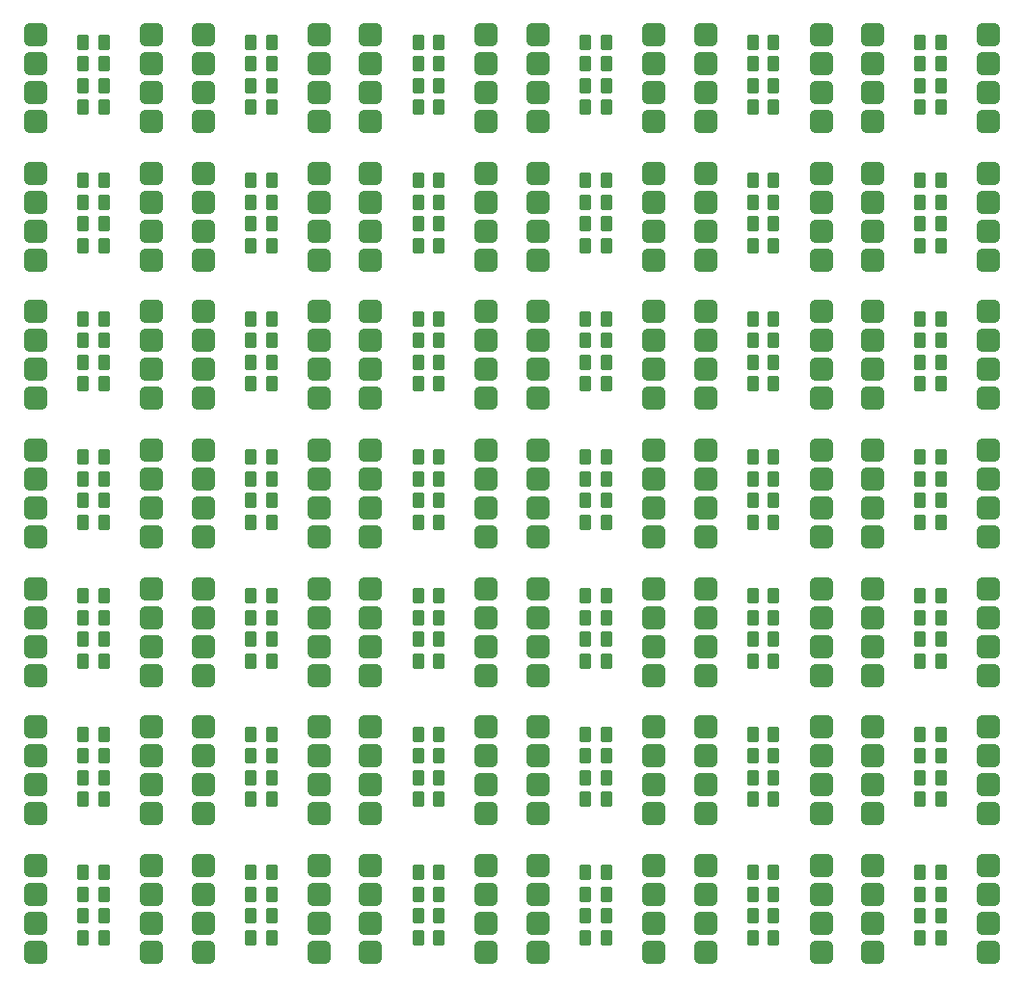
<source format=gbr>
%TF.GenerationSoftware,KiCad,Pcbnew,7.0.10-7.0.10~ubuntu22.04.1*%
%TF.CreationDate,2024-02-06T07:23:41+01:00*%
%TF.ProjectId,ManhattanPanels-0805,4d616e68-6174-4746-916e-50616e656c73,rev?*%
%TF.SameCoordinates,Original*%
%TF.FileFunction,Paste,Top*%
%TF.FilePolarity,Positive*%
%FSLAX46Y46*%
G04 Gerber Fmt 4.6, Leading zero omitted, Abs format (unit mm)*
G04 Created by KiCad (PCBNEW 7.0.10-7.0.10~ubuntu22.04.1) date 2024-02-06 07:23:41*
%MOMM*%
%LPD*%
G01*
G04 APERTURE LIST*
G04 Aperture macros list*
%AMRoundRect*
0 Rectangle with rounded corners*
0 $1 Rounding radius*
0 $2 $3 $4 $5 $6 $7 $8 $9 X,Y pos of 4 corners*
0 Add a 4 corners polygon primitive as box body*
4,1,4,$2,$3,$4,$5,$6,$7,$8,$9,$2,$3,0*
0 Add four circle primitives for the rounded corners*
1,1,$1+$1,$2,$3*
1,1,$1+$1,$4,$5*
1,1,$1+$1,$6,$7*
1,1,$1+$1,$8,$9*
0 Add four rect primitives between the rounded corners*
20,1,$1+$1,$2,$3,$4,$5,0*
20,1,$1+$1,$4,$5,$6,$7,0*
20,1,$1+$1,$6,$7,$8,$9,0*
20,1,$1+$1,$8,$9,$2,$3,0*%
G04 Aperture macros list end*
%ADD10RoundRect,0.400000X-0.600000X-0.600000X0.600000X-0.600000X0.600000X0.600000X-0.600000X0.600000X0*%
%ADD11RoundRect,0.250000X-0.262500X-0.450000X0.262500X-0.450000X0.262500X0.450000X-0.262500X0.450000X0*%
G04 APERTURE END LIST*
D10*
%TO.C,J1*%
X136070000Y-63750000D03*
%TD*%
%TO.C,J6*%
X160930000Y-56670000D03*
%TD*%
%TO.C,J2*%
X146230000Y-100230000D03*
%TD*%
%TO.C,J3*%
X165470000Y-71370000D03*
%TD*%
%TO.C,J3*%
X121370000Y-107850000D03*
%TD*%
%TO.C,J2*%
X175630000Y-51590000D03*
%TD*%
%TO.C,J8*%
X160930000Y-54130000D03*
%TD*%
%TO.C,J1*%
X150770000Y-63750000D03*
%TD*%
D11*
%TO.C,C3*%
X140237500Y-70100000D03*
X142062500Y-70100000D03*
%TD*%
%TO.C,C2*%
X184337500Y-68195000D03*
X186162500Y-68195000D03*
%TD*%
D10*
%TO.C,J1*%
X180170000Y-39430000D03*
%TD*%
%TO.C,J6*%
X131530000Y-80990000D03*
%TD*%
D11*
%TO.C,C2*%
X140237500Y-56035000D03*
X142062500Y-56035000D03*
%TD*%
D10*
%TO.C,J5*%
X106670000Y-44510000D03*
%TD*%
%TO.C,J5*%
X150770000Y-56670000D03*
%TD*%
D11*
%TO.C,C2*%
X154937500Y-92515000D03*
X156762500Y-92515000D03*
%TD*%
%TO.C,C3*%
X110837500Y-70100000D03*
X112662500Y-70100000D03*
%TD*%
%TO.C,C1*%
X169637500Y-41970000D03*
X171462500Y-41970000D03*
%TD*%
D10*
%TO.C,J6*%
X146230000Y-68830000D03*
%TD*%
%TO.C,J2*%
X146230000Y-75910000D03*
%TD*%
%TO.C,J1*%
X165470000Y-27270000D03*
%TD*%
%TO.C,J4*%
X160930000Y-107850000D03*
%TD*%
%TO.C,J8*%
X175630000Y-41970000D03*
%TD*%
%TO.C,J6*%
X190330000Y-105310000D03*
%TD*%
D11*
%TO.C,C4*%
X184337500Y-27905000D03*
X186162500Y-27905000D03*
%TD*%
D10*
%TO.C,J3*%
X180170000Y-59210000D03*
%TD*%
%TO.C,J2*%
X146230000Y-88070000D03*
%TD*%
%TO.C,J6*%
X160930000Y-44510000D03*
%TD*%
%TO.C,J1*%
X121370000Y-88070000D03*
%TD*%
%TO.C,J1*%
X180170000Y-51590000D03*
%TD*%
%TO.C,J6*%
X146230000Y-105310000D03*
%TD*%
%TO.C,J4*%
X190330000Y-47050000D03*
%TD*%
%TO.C,J5*%
X180170000Y-68830000D03*
%TD*%
%TO.C,J1*%
X150770000Y-75910000D03*
%TD*%
D11*
%TO.C,C3*%
X110837500Y-106580000D03*
X112662500Y-106580000D03*
%TD*%
D10*
%TO.C,J1*%
X180170000Y-27270000D03*
%TD*%
%TO.C,J5*%
X136070000Y-44510000D03*
%TD*%
D11*
%TO.C,C1*%
X154937500Y-54130000D03*
X156762500Y-54130000D03*
%TD*%
%TO.C,C1*%
X184337500Y-29810000D03*
X186162500Y-29810000D03*
%TD*%
D10*
%TO.C,J8*%
X116830000Y-90610000D03*
%TD*%
%TO.C,J4*%
X116830000Y-107850000D03*
%TD*%
D11*
%TO.C,C3*%
X125537500Y-33620000D03*
X127362500Y-33620000D03*
%TD*%
D10*
%TO.C,J3*%
X136070000Y-95690000D03*
%TD*%
%TO.C,J5*%
X165470000Y-105310000D03*
%TD*%
D11*
%TO.C,C1*%
X184337500Y-102770000D03*
X186162500Y-102770000D03*
%TD*%
D10*
%TO.C,J2*%
X131530000Y-75910000D03*
%TD*%
%TO.C,J7*%
X180170000Y-102770000D03*
%TD*%
%TO.C,J6*%
X160930000Y-105310000D03*
%TD*%
D11*
%TO.C,C4*%
X154937500Y-100865000D03*
X156762500Y-100865000D03*
%TD*%
%TO.C,C2*%
X184337500Y-80355000D03*
X186162500Y-80355000D03*
%TD*%
%TO.C,C1*%
X110837500Y-41970000D03*
X112662500Y-41970000D03*
%TD*%
D10*
%TO.C,J4*%
X160930000Y-95690000D03*
%TD*%
%TO.C,J5*%
X121370000Y-32350000D03*
%TD*%
%TO.C,J7*%
X165470000Y-66290000D03*
%TD*%
D11*
%TO.C,C2*%
X140237500Y-104675000D03*
X142062500Y-104675000D03*
%TD*%
%TO.C,C1*%
X110837500Y-90610000D03*
X112662500Y-90610000D03*
%TD*%
%TO.C,C2*%
X140237500Y-80355000D03*
X142062500Y-80355000D03*
%TD*%
D10*
%TO.C,J1*%
X165470000Y-100230000D03*
%TD*%
%TO.C,J6*%
X146230000Y-80990000D03*
%TD*%
%TO.C,J5*%
X165470000Y-93150000D03*
%TD*%
%TO.C,J6*%
X190330000Y-68830000D03*
%TD*%
%TO.C,J6*%
X160930000Y-68830000D03*
%TD*%
%TO.C,J4*%
X175630000Y-47050000D03*
%TD*%
D11*
%TO.C,C2*%
X184337500Y-56035000D03*
X186162500Y-56035000D03*
%TD*%
%TO.C,C4*%
X169637500Y-88705000D03*
X171462500Y-88705000D03*
%TD*%
D10*
%TO.C,J6*%
X146230000Y-93150000D03*
%TD*%
%TO.C,J3*%
X150770000Y-107850000D03*
%TD*%
%TO.C,J1*%
X121370000Y-27270000D03*
%TD*%
%TO.C,J7*%
X121370000Y-90610000D03*
%TD*%
%TO.C,J5*%
X136070000Y-93150000D03*
%TD*%
%TO.C,J5*%
X165470000Y-80990000D03*
%TD*%
D11*
%TO.C,C1*%
X125537500Y-41970000D03*
X127362500Y-41970000D03*
%TD*%
%TO.C,C3*%
X110837500Y-94420000D03*
X112662500Y-94420000D03*
%TD*%
D10*
%TO.C,J6*%
X116830000Y-105310000D03*
%TD*%
%TO.C,J7*%
X106670000Y-90610000D03*
%TD*%
%TO.C,J3*%
X150770000Y-34890000D03*
%TD*%
%TO.C,J1*%
X165470000Y-39430000D03*
%TD*%
%TO.C,J3*%
X165470000Y-34890000D03*
%TD*%
%TO.C,J7*%
X180170000Y-41970000D03*
%TD*%
%TO.C,J3*%
X180170000Y-47050000D03*
%TD*%
D11*
%TO.C,C2*%
X169637500Y-80355000D03*
X171462500Y-80355000D03*
%TD*%
D10*
%TO.C,J3*%
X106670000Y-59210000D03*
%TD*%
%TO.C,J4*%
X131530000Y-34890000D03*
%TD*%
D11*
%TO.C,C3*%
X125537500Y-82260000D03*
X127362500Y-82260000D03*
%TD*%
D10*
%TO.C,J6*%
X175630000Y-44510000D03*
%TD*%
%TO.C,J8*%
X146230000Y-29810000D03*
%TD*%
%TO.C,J6*%
X116830000Y-56670000D03*
%TD*%
D11*
%TO.C,C2*%
X169637500Y-68195000D03*
X171462500Y-68195000D03*
%TD*%
D10*
%TO.C,J7*%
X165470000Y-90610000D03*
%TD*%
D11*
%TO.C,C3*%
X140237500Y-94420000D03*
X142062500Y-94420000D03*
%TD*%
%TO.C,C1*%
X154937500Y-29810000D03*
X156762500Y-29810000D03*
%TD*%
%TO.C,C4*%
X184337500Y-52225000D03*
X186162500Y-52225000D03*
%TD*%
%TO.C,C1*%
X154937500Y-102770000D03*
X156762500Y-102770000D03*
%TD*%
D10*
%TO.C,J7*%
X121370000Y-29810000D03*
%TD*%
%TO.C,J5*%
X180170000Y-32350000D03*
%TD*%
%TO.C,J8*%
X146230000Y-102770000D03*
%TD*%
D11*
%TO.C,C3*%
X140237500Y-33620000D03*
X142062500Y-33620000D03*
%TD*%
D10*
%TO.C,J5*%
X136070000Y-68830000D03*
%TD*%
%TO.C,J5*%
X106670000Y-105310000D03*
%TD*%
%TO.C,J2*%
X131530000Y-88070000D03*
%TD*%
D11*
%TO.C,C2*%
X184337500Y-92515000D03*
X186162500Y-92515000D03*
%TD*%
%TO.C,C1*%
X154937500Y-66290000D03*
X156762500Y-66290000D03*
%TD*%
D10*
%TO.C,J5*%
X106670000Y-56670000D03*
%TD*%
%TO.C,J4*%
X175630000Y-34890000D03*
%TD*%
D11*
%TO.C,C4*%
X154937500Y-88705000D03*
X156762500Y-88705000D03*
%TD*%
%TO.C,C1*%
X169637500Y-78450000D03*
X171462500Y-78450000D03*
%TD*%
D10*
%TO.C,J4*%
X131530000Y-95690000D03*
%TD*%
%TO.C,J2*%
X131530000Y-39430000D03*
%TD*%
%TO.C,J2*%
X160930000Y-63750000D03*
%TD*%
D11*
%TO.C,C3*%
X140237500Y-106580000D03*
X142062500Y-106580000D03*
%TD*%
%TO.C,C2*%
X169637500Y-31715000D03*
X171462500Y-31715000D03*
%TD*%
D10*
%TO.C,J8*%
X146230000Y-66290000D03*
%TD*%
%TO.C,J8*%
X175630000Y-90610000D03*
%TD*%
%TO.C,J4*%
X190330000Y-71370000D03*
%TD*%
%TO.C,J3*%
X165470000Y-107850000D03*
%TD*%
%TO.C,J3*%
X165470000Y-95690000D03*
%TD*%
%TO.C,J6*%
X175630000Y-32350000D03*
%TD*%
D11*
%TO.C,C3*%
X184337500Y-33620000D03*
X186162500Y-33620000D03*
%TD*%
D10*
%TO.C,J7*%
X136070000Y-54130000D03*
%TD*%
%TO.C,J6*%
X131530000Y-68830000D03*
%TD*%
D11*
%TO.C,C3*%
X154937500Y-94420000D03*
X156762500Y-94420000D03*
%TD*%
D10*
%TO.C,J7*%
X136070000Y-90610000D03*
%TD*%
D11*
%TO.C,C4*%
X169637500Y-64385000D03*
X171462500Y-64385000D03*
%TD*%
%TO.C,C2*%
X140237500Y-31715000D03*
X142062500Y-31715000D03*
%TD*%
%TO.C,C3*%
X184337500Y-57940000D03*
X186162500Y-57940000D03*
%TD*%
D10*
%TO.C,J6*%
X131530000Y-44510000D03*
%TD*%
%TO.C,J7*%
X165470000Y-78450000D03*
%TD*%
%TO.C,J4*%
X116830000Y-71370000D03*
%TD*%
%TO.C,J6*%
X190330000Y-93150000D03*
%TD*%
%TO.C,J1*%
X150770000Y-39430000D03*
%TD*%
%TO.C,J2*%
X116830000Y-27270000D03*
%TD*%
%TO.C,J6*%
X175630000Y-105310000D03*
%TD*%
%TO.C,J5*%
X106670000Y-80990000D03*
%TD*%
%TO.C,J6*%
X116830000Y-68830000D03*
%TD*%
%TO.C,J8*%
X131530000Y-41970000D03*
%TD*%
%TO.C,J6*%
X131530000Y-32350000D03*
%TD*%
%TO.C,J8*%
X116830000Y-41970000D03*
%TD*%
D11*
%TO.C,C3*%
X154937500Y-33620000D03*
X156762500Y-33620000D03*
%TD*%
D10*
%TO.C,J6*%
X160930000Y-93150000D03*
%TD*%
D11*
%TO.C,C4*%
X110837500Y-52225000D03*
X112662500Y-52225000D03*
%TD*%
%TO.C,C4*%
X110837500Y-88705000D03*
X112662500Y-88705000D03*
%TD*%
D10*
%TO.C,J2*%
X160930000Y-27270000D03*
%TD*%
D11*
%TO.C,C3*%
X125537500Y-106580000D03*
X127362500Y-106580000D03*
%TD*%
D10*
%TO.C,J1*%
X106670000Y-63750000D03*
%TD*%
%TO.C,J1*%
X180170000Y-88070000D03*
%TD*%
%TO.C,J2*%
X190330000Y-75910000D03*
%TD*%
%TO.C,J2*%
X116830000Y-63750000D03*
%TD*%
D11*
%TO.C,C2*%
X110837500Y-104675000D03*
X112662500Y-104675000D03*
%TD*%
D10*
%TO.C,J5*%
X136070000Y-32350000D03*
%TD*%
%TO.C,J8*%
X190330000Y-102770000D03*
%TD*%
D11*
%TO.C,C1*%
X154937500Y-78450000D03*
X156762500Y-78450000D03*
%TD*%
D10*
%TO.C,J8*%
X190330000Y-41970000D03*
%TD*%
%TO.C,J5*%
X150770000Y-105310000D03*
%TD*%
D11*
%TO.C,C1*%
X169637500Y-29810000D03*
X171462500Y-29810000D03*
%TD*%
D10*
%TO.C,J5*%
X180170000Y-93150000D03*
%TD*%
%TO.C,J8*%
X160930000Y-66290000D03*
%TD*%
%TO.C,J8*%
X116830000Y-102770000D03*
%TD*%
D11*
%TO.C,C1*%
X125537500Y-54130000D03*
X127362500Y-54130000D03*
%TD*%
D10*
%TO.C,J8*%
X175630000Y-29810000D03*
%TD*%
%TO.C,J6*%
X190330000Y-80990000D03*
%TD*%
%TO.C,J2*%
X190330000Y-63750000D03*
%TD*%
%TO.C,J6*%
X190330000Y-56670000D03*
%TD*%
%TO.C,J5*%
X136070000Y-105310000D03*
%TD*%
%TO.C,J5*%
X180170000Y-105310000D03*
%TD*%
D11*
%TO.C,C1*%
X169637500Y-90610000D03*
X171462500Y-90610000D03*
%TD*%
D10*
%TO.C,J5*%
X165470000Y-32350000D03*
%TD*%
%TO.C,J7*%
X106670000Y-102770000D03*
%TD*%
D11*
%TO.C,C1*%
X125537500Y-78450000D03*
X127362500Y-78450000D03*
%TD*%
%TO.C,C1*%
X110837500Y-29810000D03*
X112662500Y-29810000D03*
%TD*%
D10*
%TO.C,J8*%
X190330000Y-54130000D03*
%TD*%
%TO.C,J7*%
X180170000Y-66290000D03*
%TD*%
%TO.C,J8*%
X131530000Y-66290000D03*
%TD*%
%TO.C,J1*%
X150770000Y-88070000D03*
%TD*%
%TO.C,J1*%
X180170000Y-75910000D03*
%TD*%
D11*
%TO.C,C4*%
X140237500Y-76545000D03*
X142062500Y-76545000D03*
%TD*%
D10*
%TO.C,J6*%
X146230000Y-32350000D03*
%TD*%
D11*
%TO.C,C4*%
X140237500Y-27905000D03*
X142062500Y-27905000D03*
%TD*%
D10*
%TO.C,J7*%
X150770000Y-66290000D03*
%TD*%
%TO.C,J4*%
X131530000Y-59210000D03*
%TD*%
%TO.C,J5*%
X121370000Y-56670000D03*
%TD*%
%TO.C,J5*%
X136070000Y-80990000D03*
%TD*%
D11*
%TO.C,C2*%
X125537500Y-43875000D03*
X127362500Y-43875000D03*
%TD*%
%TO.C,C4*%
X154937500Y-64385000D03*
X156762500Y-64385000D03*
%TD*%
D10*
%TO.C,J1*%
X150770000Y-27270000D03*
%TD*%
D11*
%TO.C,C1*%
X169637500Y-54130000D03*
X171462500Y-54130000D03*
%TD*%
D10*
%TO.C,J2*%
X175630000Y-63750000D03*
%TD*%
%TO.C,J2*%
X146230000Y-27270000D03*
%TD*%
%TO.C,J6*%
X131530000Y-93150000D03*
%TD*%
%TO.C,J5*%
X150770000Y-68830000D03*
%TD*%
D11*
%TO.C,C1*%
X140237500Y-66290000D03*
X142062500Y-66290000D03*
%TD*%
D10*
%TO.C,J1*%
X136070000Y-39430000D03*
%TD*%
%TO.C,J3*%
X136070000Y-59210000D03*
%TD*%
D11*
%TO.C,C1*%
X140237500Y-29810000D03*
X142062500Y-29810000D03*
%TD*%
%TO.C,C3*%
X125537500Y-57940000D03*
X127362500Y-57940000D03*
%TD*%
D10*
%TO.C,J7*%
X165470000Y-54130000D03*
%TD*%
%TO.C,J7*%
X150770000Y-41970000D03*
%TD*%
%TO.C,J1*%
X121370000Y-75910000D03*
%TD*%
%TO.C,J2*%
X131530000Y-27270000D03*
%TD*%
D11*
%TO.C,C4*%
X110837500Y-40065000D03*
X112662500Y-40065000D03*
%TD*%
%TO.C,C3*%
X140237500Y-57940000D03*
X142062500Y-57940000D03*
%TD*%
%TO.C,C2*%
X110837500Y-80355000D03*
X112662500Y-80355000D03*
%TD*%
%TO.C,C1*%
X169637500Y-102770000D03*
X171462500Y-102770000D03*
%TD*%
D10*
%TO.C,J8*%
X160930000Y-29810000D03*
%TD*%
D11*
%TO.C,C2*%
X110837500Y-56035000D03*
X112662500Y-56035000D03*
%TD*%
D10*
%TO.C,J3*%
X180170000Y-71370000D03*
%TD*%
D11*
%TO.C,C1*%
X184337500Y-54130000D03*
X186162500Y-54130000D03*
%TD*%
%TO.C,C2*%
X154937500Y-56035000D03*
X156762500Y-56035000D03*
%TD*%
%TO.C,C1*%
X154937500Y-41970000D03*
X156762500Y-41970000D03*
%TD*%
D10*
%TO.C,J2*%
X131530000Y-63750000D03*
%TD*%
D11*
%TO.C,C4*%
X169637500Y-52225000D03*
X171462500Y-52225000D03*
%TD*%
D10*
%TO.C,J7*%
X136070000Y-78450000D03*
%TD*%
D11*
%TO.C,C3*%
X154937500Y-57940000D03*
X156762500Y-57940000D03*
%TD*%
%TO.C,C1*%
X184337500Y-90610000D03*
X186162500Y-90610000D03*
%TD*%
D10*
%TO.C,J3*%
X136070000Y-34890000D03*
%TD*%
%TO.C,J4*%
X116830000Y-34890000D03*
%TD*%
%TO.C,J1*%
X121370000Y-39430000D03*
%TD*%
D11*
%TO.C,C4*%
X125537500Y-52225000D03*
X127362500Y-52225000D03*
%TD*%
%TO.C,C4*%
X125537500Y-100865000D03*
X127362500Y-100865000D03*
%TD*%
%TO.C,C2*%
X154937500Y-43875000D03*
X156762500Y-43875000D03*
%TD*%
D10*
%TO.C,J2*%
X116830000Y-88070000D03*
%TD*%
D11*
%TO.C,C3*%
X184337500Y-106580000D03*
X186162500Y-106580000D03*
%TD*%
D10*
%TO.C,J2*%
X160930000Y-75910000D03*
%TD*%
%TO.C,J1*%
X136070000Y-27270000D03*
%TD*%
D11*
%TO.C,C3*%
X125537500Y-94420000D03*
X127362500Y-94420000D03*
%TD*%
%TO.C,C2*%
X169637500Y-43875000D03*
X171462500Y-43875000D03*
%TD*%
D10*
%TO.C,J4*%
X146230000Y-71370000D03*
%TD*%
%TO.C,J3*%
X106670000Y-83530000D03*
%TD*%
%TO.C,J8*%
X116830000Y-78450000D03*
%TD*%
%TO.C,J4*%
X146230000Y-34890000D03*
%TD*%
%TO.C,J4*%
X146230000Y-47050000D03*
%TD*%
%TO.C,J7*%
X136070000Y-66290000D03*
%TD*%
%TO.C,J3*%
X165470000Y-83530000D03*
%TD*%
%TO.C,J3*%
X136070000Y-107850000D03*
%TD*%
%TO.C,J6*%
X146230000Y-44510000D03*
%TD*%
%TO.C,J4*%
X116830000Y-83530000D03*
%TD*%
D11*
%TO.C,C4*%
X154937500Y-52225000D03*
X156762500Y-52225000D03*
%TD*%
D10*
%TO.C,J5*%
X121370000Y-68830000D03*
%TD*%
D11*
%TO.C,C4*%
X184337500Y-100865000D03*
X186162500Y-100865000D03*
%TD*%
%TO.C,C2*%
X154937500Y-31715000D03*
X156762500Y-31715000D03*
%TD*%
D10*
%TO.C,J3*%
X106670000Y-34890000D03*
%TD*%
%TO.C,J6*%
X190330000Y-44510000D03*
%TD*%
D11*
%TO.C,C3*%
X110837500Y-57940000D03*
X112662500Y-57940000D03*
%TD*%
%TO.C,C3*%
X140237500Y-45780000D03*
X142062500Y-45780000D03*
%TD*%
D10*
%TO.C,J2*%
X175630000Y-75910000D03*
%TD*%
%TO.C,J3*%
X136070000Y-83530000D03*
%TD*%
%TO.C,J2*%
X116830000Y-100230000D03*
%TD*%
D11*
%TO.C,C2*%
X184337500Y-104675000D03*
X186162500Y-104675000D03*
%TD*%
%TO.C,C3*%
X110837500Y-33620000D03*
X112662500Y-33620000D03*
%TD*%
%TO.C,C4*%
X184337500Y-76545000D03*
X186162500Y-76545000D03*
%TD*%
%TO.C,C4*%
X110837500Y-27905000D03*
X112662500Y-27905000D03*
%TD*%
D10*
%TO.C,J5*%
X150770000Y-32350000D03*
%TD*%
%TO.C,J4*%
X146230000Y-59210000D03*
%TD*%
%TO.C,J6*%
X175630000Y-93150000D03*
%TD*%
D11*
%TO.C,C1*%
X125537500Y-102770000D03*
X127362500Y-102770000D03*
%TD*%
D10*
%TO.C,J2*%
X146230000Y-63750000D03*
%TD*%
%TO.C,J8*%
X146230000Y-90610000D03*
%TD*%
%TO.C,J7*%
X136070000Y-29810000D03*
%TD*%
D11*
%TO.C,C3*%
X140237500Y-82260000D03*
X142062500Y-82260000D03*
%TD*%
%TO.C,C2*%
X154937500Y-80355000D03*
X156762500Y-80355000D03*
%TD*%
D10*
%TO.C,J1*%
X121370000Y-51590000D03*
%TD*%
D11*
%TO.C,C3*%
X154937500Y-106580000D03*
X156762500Y-106580000D03*
%TD*%
D10*
%TO.C,J5*%
X106670000Y-93150000D03*
%TD*%
D11*
%TO.C,C4*%
X169637500Y-27905000D03*
X171462500Y-27905000D03*
%TD*%
D10*
%TO.C,J2*%
X190330000Y-51590000D03*
%TD*%
D11*
%TO.C,C1*%
X125537500Y-66290000D03*
X127362500Y-66290000D03*
%TD*%
D10*
%TO.C,J4*%
X190330000Y-59210000D03*
%TD*%
%TO.C,J8*%
X131530000Y-29810000D03*
%TD*%
%TO.C,J8*%
X160930000Y-78450000D03*
%TD*%
%TO.C,J8*%
X190330000Y-78450000D03*
%TD*%
D11*
%TO.C,C4*%
X184337500Y-40065000D03*
X186162500Y-40065000D03*
%TD*%
%TO.C,C3*%
X169637500Y-70100000D03*
X171462500Y-70100000D03*
%TD*%
D10*
%TO.C,J1*%
X136070000Y-75910000D03*
%TD*%
%TO.C,J2*%
X190330000Y-39430000D03*
%TD*%
%TO.C,J3*%
X165470000Y-59210000D03*
%TD*%
%TO.C,J3*%
X106670000Y-95690000D03*
%TD*%
%TO.C,J8*%
X131530000Y-54130000D03*
%TD*%
D11*
%TO.C,C3*%
X169637500Y-94420000D03*
X171462500Y-94420000D03*
%TD*%
D10*
%TO.C,J8*%
X116830000Y-29810000D03*
%TD*%
%TO.C,J7*%
X165470000Y-102770000D03*
%TD*%
%TO.C,J7*%
X150770000Y-29810000D03*
%TD*%
%TO.C,J6*%
X146230000Y-56670000D03*
%TD*%
%TO.C,J7*%
X180170000Y-29810000D03*
%TD*%
D11*
%TO.C,C1*%
X140237500Y-102770000D03*
X142062500Y-102770000D03*
%TD*%
D10*
%TO.C,J2*%
X131530000Y-100230000D03*
%TD*%
D11*
%TO.C,C1*%
X184337500Y-66290000D03*
X186162500Y-66290000D03*
%TD*%
D10*
%TO.C,J3*%
X106670000Y-107850000D03*
%TD*%
%TO.C,J6*%
X175630000Y-56670000D03*
%TD*%
%TO.C,J5*%
X165470000Y-68830000D03*
%TD*%
%TO.C,J1*%
X106670000Y-88070000D03*
%TD*%
%TO.C,J1*%
X106670000Y-75910000D03*
%TD*%
D11*
%TO.C,C4*%
X169637500Y-40065000D03*
X171462500Y-40065000D03*
%TD*%
D10*
%TO.C,J7*%
X150770000Y-90610000D03*
%TD*%
D11*
%TO.C,C2*%
X169637500Y-92515000D03*
X171462500Y-92515000D03*
%TD*%
%TO.C,C1*%
X110837500Y-54130000D03*
X112662500Y-54130000D03*
%TD*%
D10*
%TO.C,J7*%
X165470000Y-41970000D03*
%TD*%
%TO.C,J5*%
X136070000Y-56670000D03*
%TD*%
%TO.C,J4*%
X160930000Y-47050000D03*
%TD*%
%TO.C,J5*%
X106670000Y-68830000D03*
%TD*%
%TO.C,J4*%
X190330000Y-83530000D03*
%TD*%
D11*
%TO.C,C2*%
X140237500Y-43875000D03*
X142062500Y-43875000D03*
%TD*%
D10*
%TO.C,J2*%
X131530000Y-51590000D03*
%TD*%
D11*
%TO.C,C4*%
X140237500Y-88705000D03*
X142062500Y-88705000D03*
%TD*%
D10*
%TO.C,J8*%
X160930000Y-90610000D03*
%TD*%
%TO.C,J1*%
X165470000Y-63750000D03*
%TD*%
%TO.C,J2*%
X175630000Y-88070000D03*
%TD*%
%TO.C,J7*%
X136070000Y-41970000D03*
%TD*%
%TO.C,J2*%
X190330000Y-100230000D03*
%TD*%
D11*
%TO.C,C4*%
X125537500Y-88705000D03*
X127362500Y-88705000D03*
%TD*%
D10*
%TO.C,J7*%
X150770000Y-102770000D03*
%TD*%
%TO.C,J6*%
X175630000Y-68830000D03*
%TD*%
%TO.C,J5*%
X121370000Y-44510000D03*
%TD*%
%TO.C,J8*%
X131530000Y-78450000D03*
%TD*%
%TO.C,J4*%
X131530000Y-47050000D03*
%TD*%
D11*
%TO.C,C3*%
X184337500Y-94420000D03*
X186162500Y-94420000D03*
%TD*%
%TO.C,C4*%
X169637500Y-76545000D03*
X171462500Y-76545000D03*
%TD*%
%TO.C,C1*%
X140237500Y-54130000D03*
X142062500Y-54130000D03*
%TD*%
D10*
%TO.C,J5*%
X121370000Y-80990000D03*
%TD*%
D11*
%TO.C,C3*%
X184337500Y-45780000D03*
X186162500Y-45780000D03*
%TD*%
%TO.C,C4*%
X154937500Y-40065000D03*
X156762500Y-40065000D03*
%TD*%
D10*
%TO.C,J2*%
X160930000Y-51590000D03*
%TD*%
%TO.C,J2*%
X146230000Y-39430000D03*
%TD*%
%TO.C,J2*%
X116830000Y-75910000D03*
%TD*%
%TO.C,J4*%
X116830000Y-59210000D03*
%TD*%
D11*
%TO.C,C4*%
X140237500Y-100865000D03*
X142062500Y-100865000D03*
%TD*%
D10*
%TO.C,J5*%
X165470000Y-56670000D03*
%TD*%
%TO.C,J1*%
X106670000Y-39430000D03*
%TD*%
%TO.C,J4*%
X175630000Y-107850000D03*
%TD*%
%TO.C,J1*%
X165470000Y-51590000D03*
%TD*%
D11*
%TO.C,C4*%
X184337500Y-88705000D03*
X186162500Y-88705000D03*
%TD*%
D10*
%TO.C,J2*%
X160930000Y-88070000D03*
%TD*%
%TO.C,J4*%
X190330000Y-95690000D03*
%TD*%
%TO.C,J2*%
X160930000Y-39430000D03*
%TD*%
%TO.C,J4*%
X175630000Y-95690000D03*
%TD*%
%TO.C,J1*%
X106670000Y-100230000D03*
%TD*%
%TO.C,J3*%
X180170000Y-95690000D03*
%TD*%
D11*
%TO.C,C3*%
X169637500Y-106580000D03*
X171462500Y-106580000D03*
%TD*%
D10*
%TO.C,J4*%
X116830000Y-47050000D03*
%TD*%
%TO.C,J5*%
X106670000Y-32350000D03*
%TD*%
D11*
%TO.C,C2*%
X154937500Y-68195000D03*
X156762500Y-68195000D03*
%TD*%
%TO.C,C3*%
X169637500Y-82260000D03*
X171462500Y-82260000D03*
%TD*%
%TO.C,C2*%
X140237500Y-68195000D03*
X142062500Y-68195000D03*
%TD*%
D10*
%TO.C,J6*%
X131530000Y-56670000D03*
%TD*%
%TO.C,J7*%
X136070000Y-102770000D03*
%TD*%
%TO.C,J4*%
X146230000Y-95690000D03*
%TD*%
D11*
%TO.C,C4*%
X169637500Y-100865000D03*
X171462500Y-100865000D03*
%TD*%
%TO.C,C1*%
X110837500Y-78450000D03*
X112662500Y-78450000D03*
%TD*%
D10*
%TO.C,J6*%
X190330000Y-32350000D03*
%TD*%
%TO.C,J1*%
X136070000Y-88070000D03*
%TD*%
D11*
%TO.C,C3*%
X110837500Y-82260000D03*
X112662500Y-82260000D03*
%TD*%
%TO.C,C3*%
X125537500Y-70100000D03*
X127362500Y-70100000D03*
%TD*%
D10*
%TO.C,J4*%
X131530000Y-83530000D03*
%TD*%
%TO.C,J8*%
X175630000Y-102770000D03*
%TD*%
%TO.C,J3*%
X180170000Y-34890000D03*
%TD*%
%TO.C,J7*%
X106670000Y-41970000D03*
%TD*%
%TO.C,J7*%
X150770000Y-54130000D03*
%TD*%
%TO.C,J8*%
X190330000Y-66290000D03*
%TD*%
%TO.C,J4*%
X190330000Y-107850000D03*
%TD*%
%TO.C,J3*%
X180170000Y-83530000D03*
%TD*%
%TO.C,J2*%
X175630000Y-27270000D03*
%TD*%
%TO.C,J3*%
X150770000Y-47050000D03*
%TD*%
D11*
%TO.C,C1*%
X110837500Y-102770000D03*
X112662500Y-102770000D03*
%TD*%
D10*
%TO.C,J8*%
X131530000Y-90610000D03*
%TD*%
D11*
%TO.C,C4*%
X125537500Y-64385000D03*
X127362500Y-64385000D03*
%TD*%
D10*
%TO.C,J1*%
X136070000Y-51590000D03*
%TD*%
%TO.C,J4*%
X146230000Y-83530000D03*
%TD*%
D11*
%TO.C,C2*%
X110837500Y-92515000D03*
X112662500Y-92515000D03*
%TD*%
D10*
%TO.C,J5*%
X180170000Y-80990000D03*
%TD*%
%TO.C,J1*%
X165470000Y-75910000D03*
%TD*%
%TO.C,J5*%
X121370000Y-105310000D03*
%TD*%
%TO.C,J8*%
X160930000Y-102770000D03*
%TD*%
D11*
%TO.C,C4*%
X154937500Y-76545000D03*
X156762500Y-76545000D03*
%TD*%
%TO.C,C1*%
X140237500Y-78450000D03*
X142062500Y-78450000D03*
%TD*%
%TO.C,C1*%
X125537500Y-29810000D03*
X127362500Y-29810000D03*
%TD*%
%TO.C,C4*%
X140237500Y-40065000D03*
X142062500Y-40065000D03*
%TD*%
D10*
%TO.C,J5*%
X165470000Y-44510000D03*
%TD*%
%TO.C,J2*%
X175630000Y-100230000D03*
%TD*%
%TO.C,J7*%
X180170000Y-54130000D03*
%TD*%
D11*
%TO.C,C2*%
X110837500Y-43875000D03*
X112662500Y-43875000D03*
%TD*%
D10*
%TO.C,J5*%
X180170000Y-44510000D03*
%TD*%
D11*
%TO.C,C4*%
X110837500Y-64385000D03*
X112662500Y-64385000D03*
%TD*%
%TO.C,C3*%
X154937500Y-70100000D03*
X156762500Y-70100000D03*
%TD*%
D10*
%TO.C,J8*%
X116830000Y-66290000D03*
%TD*%
%TO.C,J1*%
X121370000Y-63750000D03*
%TD*%
%TO.C,J4*%
X160930000Y-59210000D03*
%TD*%
%TO.C,J3*%
X150770000Y-95690000D03*
%TD*%
%TO.C,J4*%
X131530000Y-107850000D03*
%TD*%
D11*
%TO.C,C2*%
X169637500Y-56035000D03*
X171462500Y-56035000D03*
%TD*%
D10*
%TO.C,J7*%
X106670000Y-78450000D03*
%TD*%
%TO.C,J8*%
X146230000Y-41970000D03*
%TD*%
D11*
%TO.C,C1*%
X140237500Y-41970000D03*
X142062500Y-41970000D03*
%TD*%
D10*
%TO.C,J5*%
X180170000Y-56670000D03*
%TD*%
D11*
%TO.C,C2*%
X125537500Y-92515000D03*
X127362500Y-92515000D03*
%TD*%
D10*
%TO.C,J8*%
X190330000Y-90610000D03*
%TD*%
%TO.C,J8*%
X175630000Y-66290000D03*
%TD*%
D11*
%TO.C,C3*%
X184337500Y-70100000D03*
X186162500Y-70100000D03*
%TD*%
D10*
%TO.C,J7*%
X180170000Y-90610000D03*
%TD*%
%TO.C,J4*%
X131530000Y-71370000D03*
%TD*%
%TO.C,J7*%
X106670000Y-66290000D03*
%TD*%
D11*
%TO.C,C3*%
X154937500Y-82260000D03*
X156762500Y-82260000D03*
%TD*%
D10*
%TO.C,J1*%
X106670000Y-51590000D03*
%TD*%
%TO.C,J4*%
X190330000Y-34890000D03*
%TD*%
%TO.C,J4*%
X146230000Y-107850000D03*
%TD*%
D11*
%TO.C,C3*%
X154937500Y-45780000D03*
X156762500Y-45780000D03*
%TD*%
D10*
%TO.C,J3*%
X106670000Y-47050000D03*
%TD*%
%TO.C,J3*%
X165470000Y-47050000D03*
%TD*%
D11*
%TO.C,C4*%
X125537500Y-27905000D03*
X127362500Y-27905000D03*
%TD*%
D10*
%TO.C,J7*%
X121370000Y-78450000D03*
%TD*%
%TO.C,J1*%
X165470000Y-88070000D03*
%TD*%
%TO.C,J6*%
X160930000Y-32350000D03*
%TD*%
%TO.C,J6*%
X131530000Y-105310000D03*
%TD*%
%TO.C,J6*%
X175630000Y-80990000D03*
%TD*%
D11*
%TO.C,C1*%
X140237500Y-90610000D03*
X142062500Y-90610000D03*
%TD*%
D10*
%TO.C,J1*%
X121370000Y-100230000D03*
%TD*%
%TO.C,J8*%
X146230000Y-54130000D03*
%TD*%
%TO.C,J7*%
X121370000Y-102770000D03*
%TD*%
D11*
%TO.C,C1*%
X125537500Y-90610000D03*
X127362500Y-90610000D03*
%TD*%
%TO.C,C2*%
X125537500Y-31715000D03*
X127362500Y-31715000D03*
%TD*%
D10*
%TO.C,J4*%
X116830000Y-95690000D03*
%TD*%
D11*
%TO.C,C2*%
X184337500Y-31715000D03*
X186162500Y-31715000D03*
%TD*%
%TO.C,C3*%
X110837500Y-45780000D03*
X112662500Y-45780000D03*
%TD*%
D10*
%TO.C,J3*%
X180170000Y-107850000D03*
%TD*%
%TO.C,J8*%
X146230000Y-78450000D03*
%TD*%
D11*
%TO.C,C4*%
X140237500Y-64385000D03*
X142062500Y-64385000D03*
%TD*%
D10*
%TO.C,J8*%
X131530000Y-102770000D03*
%TD*%
%TO.C,J1*%
X180170000Y-63750000D03*
%TD*%
%TO.C,J4*%
X160930000Y-34890000D03*
%TD*%
%TO.C,J5*%
X150770000Y-93150000D03*
%TD*%
%TO.C,J3*%
X121370000Y-83530000D03*
%TD*%
%TO.C,J4*%
X175630000Y-83530000D03*
%TD*%
%TO.C,J3*%
X121370000Y-34890000D03*
%TD*%
D11*
%TO.C,C4*%
X110837500Y-76545000D03*
X112662500Y-76545000D03*
%TD*%
%TO.C,C3*%
X169637500Y-45780000D03*
X171462500Y-45780000D03*
%TD*%
D10*
%TO.C,J2*%
X175630000Y-39430000D03*
%TD*%
D11*
%TO.C,C2*%
X125537500Y-104675000D03*
X127362500Y-104675000D03*
%TD*%
D10*
%TO.C,J1*%
X136070000Y-100230000D03*
%TD*%
%TO.C,J4*%
X175630000Y-71370000D03*
%TD*%
D11*
%TO.C,C4*%
X125537500Y-76545000D03*
X127362500Y-76545000D03*
%TD*%
D10*
%TO.C,J8*%
X190330000Y-29810000D03*
%TD*%
%TO.C,J7*%
X165470000Y-29810000D03*
%TD*%
%TO.C,J3*%
X121370000Y-59210000D03*
%TD*%
%TO.C,J3*%
X136070000Y-71370000D03*
%TD*%
%TO.C,J8*%
X175630000Y-54130000D03*
%TD*%
%TO.C,J5*%
X121370000Y-93150000D03*
%TD*%
D11*
%TO.C,C2*%
X184337500Y-43875000D03*
X186162500Y-43875000D03*
%TD*%
%TO.C,C1*%
X184337500Y-78450000D03*
X186162500Y-78450000D03*
%TD*%
%TO.C,C2*%
X125537500Y-56035000D03*
X127362500Y-56035000D03*
%TD*%
%TO.C,C4*%
X140237500Y-52225000D03*
X142062500Y-52225000D03*
%TD*%
D10*
%TO.C,J7*%
X121370000Y-41970000D03*
%TD*%
%TO.C,J2*%
X190330000Y-88070000D03*
%TD*%
%TO.C,J2*%
X116830000Y-39430000D03*
%TD*%
%TO.C,J8*%
X175630000Y-78450000D03*
%TD*%
D11*
%TO.C,C4*%
X125537500Y-40065000D03*
X127362500Y-40065000D03*
%TD*%
D10*
%TO.C,J2*%
X116830000Y-51590000D03*
%TD*%
%TO.C,J6*%
X160930000Y-80990000D03*
%TD*%
D11*
%TO.C,C2*%
X140237500Y-92515000D03*
X142062500Y-92515000D03*
%TD*%
D10*
%TO.C,J6*%
X116830000Y-44510000D03*
%TD*%
D11*
%TO.C,C4*%
X154937500Y-27905000D03*
X156762500Y-27905000D03*
%TD*%
%TO.C,C2*%
X125537500Y-68195000D03*
X127362500Y-68195000D03*
%TD*%
D10*
%TO.C,J1*%
X180170000Y-100230000D03*
%TD*%
%TO.C,J6*%
X116830000Y-32350000D03*
%TD*%
D11*
%TO.C,C1*%
X169637500Y-66290000D03*
X171462500Y-66290000D03*
%TD*%
D10*
%TO.C,J7*%
X106670000Y-29810000D03*
%TD*%
D11*
%TO.C,C2*%
X110837500Y-68195000D03*
X112662500Y-68195000D03*
%TD*%
D10*
%TO.C,J5*%
X150770000Y-80990000D03*
%TD*%
%TO.C,J2*%
X160930000Y-100230000D03*
%TD*%
%TO.C,J5*%
X150770000Y-44510000D03*
%TD*%
%TO.C,J3*%
X106670000Y-71370000D03*
%TD*%
%TO.C,J8*%
X160930000Y-41970000D03*
%TD*%
D11*
%TO.C,C1*%
X110837500Y-66290000D03*
X112662500Y-66290000D03*
%TD*%
D10*
%TO.C,J6*%
X116830000Y-93150000D03*
%TD*%
%TO.C,J7*%
X150770000Y-78450000D03*
%TD*%
D11*
%TO.C,C4*%
X184337500Y-64385000D03*
X186162500Y-64385000D03*
%TD*%
%TO.C,C4*%
X110837500Y-100865000D03*
X112662500Y-100865000D03*
%TD*%
%TO.C,C3*%
X169637500Y-33620000D03*
X171462500Y-33620000D03*
%TD*%
D10*
%TO.C,J1*%
X150770000Y-100230000D03*
%TD*%
%TO.C,J4*%
X160930000Y-83530000D03*
%TD*%
D11*
%TO.C,C1*%
X184337500Y-41970000D03*
X186162500Y-41970000D03*
%TD*%
D10*
%TO.C,J3*%
X150770000Y-59210000D03*
%TD*%
D11*
%TO.C,C3*%
X169637500Y-57940000D03*
X171462500Y-57940000D03*
%TD*%
D10*
%TO.C,J3*%
X150770000Y-83530000D03*
%TD*%
%TO.C,J7*%
X106670000Y-54130000D03*
%TD*%
D11*
%TO.C,C1*%
X154937500Y-90610000D03*
X156762500Y-90610000D03*
%TD*%
D10*
%TO.C,J4*%
X160930000Y-71370000D03*
%TD*%
%TO.C,J2*%
X146230000Y-51590000D03*
%TD*%
D11*
%TO.C,C2*%
X110837500Y-31715000D03*
X112662500Y-31715000D03*
%TD*%
D10*
%TO.C,J1*%
X150770000Y-51590000D03*
%TD*%
%TO.C,J3*%
X150770000Y-71370000D03*
%TD*%
D11*
%TO.C,C2*%
X125537500Y-80355000D03*
X127362500Y-80355000D03*
%TD*%
%TO.C,C3*%
X125537500Y-45780000D03*
X127362500Y-45780000D03*
%TD*%
D10*
%TO.C,J2*%
X190330000Y-27270000D03*
%TD*%
%TO.C,J3*%
X121370000Y-47050000D03*
%TD*%
%TO.C,J3*%
X136070000Y-47050000D03*
%TD*%
%TO.C,J7*%
X121370000Y-54130000D03*
%TD*%
D11*
%TO.C,C2*%
X169637500Y-104675000D03*
X171462500Y-104675000D03*
%TD*%
D10*
%TO.C,J1*%
X106670000Y-27270000D03*
%TD*%
%TO.C,J6*%
X116830000Y-80990000D03*
%TD*%
D11*
%TO.C,C2*%
X154937500Y-104675000D03*
X156762500Y-104675000D03*
%TD*%
D10*
%TO.C,J7*%
X180170000Y-78450000D03*
%TD*%
D11*
%TO.C,C3*%
X184337500Y-82260000D03*
X186162500Y-82260000D03*
%TD*%
D10*
%TO.C,J4*%
X175630000Y-59210000D03*
%TD*%
%TO.C,J3*%
X121370000Y-71370000D03*
%TD*%
%TO.C,J3*%
X121370000Y-95690000D03*
%TD*%
%TO.C,J7*%
X121370000Y-66290000D03*
%TD*%
%TO.C,J8*%
X116830000Y-54130000D03*
%TD*%
M02*

</source>
